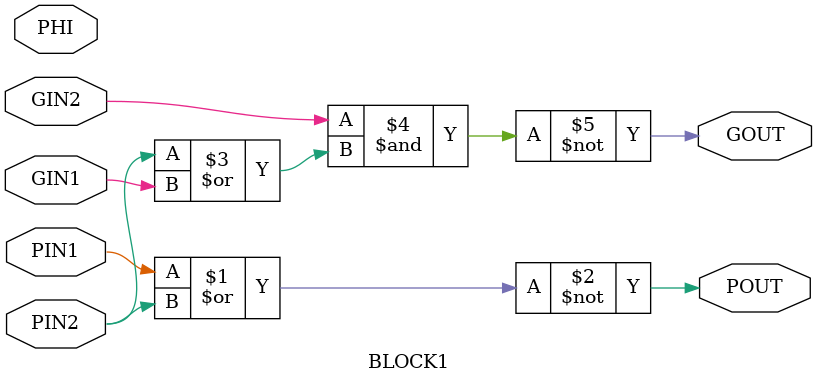
<source format=v>
module BLOCK1 ( PIN1, PIN2, GIN1, GIN2, PHI, POUT, GOUT );
input  PIN1;
input  PIN2;
input  GIN1;
input  GIN2;
input  PHI;
output POUT;
output GOUT;
   assign POUT =  ~ (PIN1 | PIN2);
   assign GOUT =  ~ (GIN2 & (PIN2 | GIN1));
endmodule
</source>
